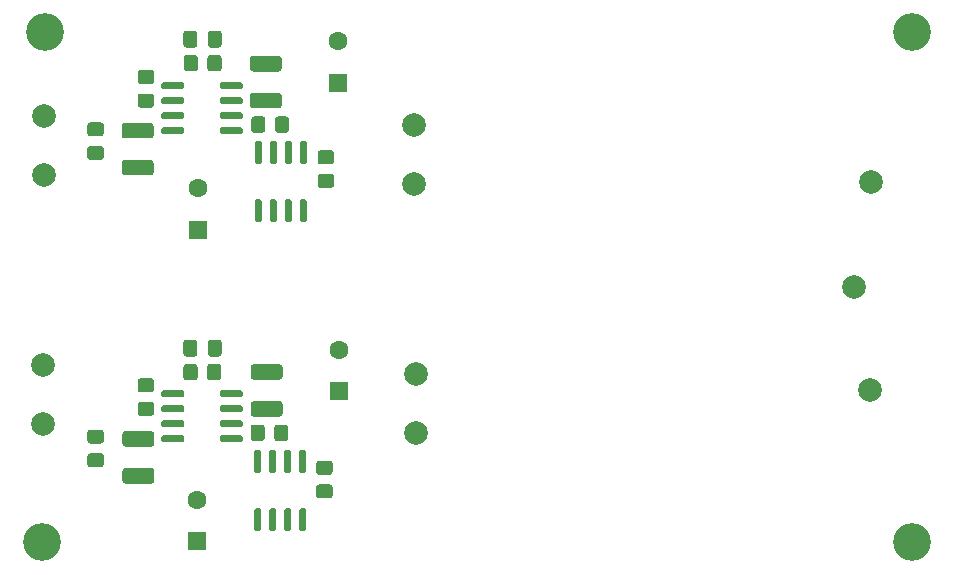
<source format=gbr>
G04 #@! TF.GenerationSoftware,KiCad,Pcbnew,(5.1.10-1-10_14)*
G04 #@! TF.CreationDate,2021-11-03T15:55:19+01:00*
G04 #@! TF.ProjectId,pre-amp-opa1611,7072652d-616d-4702-9d6f-706131363131,rev?*
G04 #@! TF.SameCoordinates,Original*
G04 #@! TF.FileFunction,Soldermask,Top*
G04 #@! TF.FilePolarity,Negative*
%FSLAX46Y46*%
G04 Gerber Fmt 4.6, Leading zero omitted, Abs format (unit mm)*
G04 Created by KiCad (PCBNEW (5.1.10-1-10_14)) date 2021-11-03 15:55:19*
%MOMM*%
%LPD*%
G01*
G04 APERTURE LIST*
%ADD10C,2.000000*%
%ADD11C,1.600000*%
%ADD12R,1.600000X1.600000*%
%ADD13C,3.200000*%
G04 APERTURE END LIST*
G36*
G01*
X141071500Y-104988500D02*
X141071500Y-104688500D01*
G75*
G02*
X141221500Y-104538500I150000J0D01*
G01*
X142871500Y-104538500D01*
G75*
G02*
X143021500Y-104688500I0J-150000D01*
G01*
X143021500Y-104988500D01*
G75*
G02*
X142871500Y-105138500I-150000J0D01*
G01*
X141221500Y-105138500D01*
G75*
G02*
X141071500Y-104988500I0J150000D01*
G01*
G37*
G36*
G01*
X141071500Y-106258500D02*
X141071500Y-105958500D01*
G75*
G02*
X141221500Y-105808500I150000J0D01*
G01*
X142871500Y-105808500D01*
G75*
G02*
X143021500Y-105958500I0J-150000D01*
G01*
X143021500Y-106258500D01*
G75*
G02*
X142871500Y-106408500I-150000J0D01*
G01*
X141221500Y-106408500D01*
G75*
G02*
X141071500Y-106258500I0J150000D01*
G01*
G37*
G36*
G01*
X141071500Y-107528500D02*
X141071500Y-107228500D01*
G75*
G02*
X141221500Y-107078500I150000J0D01*
G01*
X142871500Y-107078500D01*
G75*
G02*
X143021500Y-107228500I0J-150000D01*
G01*
X143021500Y-107528500D01*
G75*
G02*
X142871500Y-107678500I-150000J0D01*
G01*
X141221500Y-107678500D01*
G75*
G02*
X141071500Y-107528500I0J150000D01*
G01*
G37*
G36*
G01*
X141071500Y-108798500D02*
X141071500Y-108498500D01*
G75*
G02*
X141221500Y-108348500I150000J0D01*
G01*
X142871500Y-108348500D01*
G75*
G02*
X143021500Y-108498500I0J-150000D01*
G01*
X143021500Y-108798500D01*
G75*
G02*
X142871500Y-108948500I-150000J0D01*
G01*
X141221500Y-108948500D01*
G75*
G02*
X141071500Y-108798500I0J150000D01*
G01*
G37*
G36*
G01*
X136121500Y-108798500D02*
X136121500Y-108498500D01*
G75*
G02*
X136271500Y-108348500I150000J0D01*
G01*
X137921500Y-108348500D01*
G75*
G02*
X138071500Y-108498500I0J-150000D01*
G01*
X138071500Y-108798500D01*
G75*
G02*
X137921500Y-108948500I-150000J0D01*
G01*
X136271500Y-108948500D01*
G75*
G02*
X136121500Y-108798500I0J150000D01*
G01*
G37*
G36*
G01*
X136121500Y-107528500D02*
X136121500Y-107228500D01*
G75*
G02*
X136271500Y-107078500I150000J0D01*
G01*
X137921500Y-107078500D01*
G75*
G02*
X138071500Y-107228500I0J-150000D01*
G01*
X138071500Y-107528500D01*
G75*
G02*
X137921500Y-107678500I-150000J0D01*
G01*
X136271500Y-107678500D01*
G75*
G02*
X136121500Y-107528500I0J150000D01*
G01*
G37*
G36*
G01*
X136121500Y-106258500D02*
X136121500Y-105958500D01*
G75*
G02*
X136271500Y-105808500I150000J0D01*
G01*
X137921500Y-105808500D01*
G75*
G02*
X138071500Y-105958500I0J-150000D01*
G01*
X138071500Y-106258500D01*
G75*
G02*
X137921500Y-106408500I-150000J0D01*
G01*
X136271500Y-106408500D01*
G75*
G02*
X136121500Y-106258500I0J150000D01*
G01*
G37*
G36*
G01*
X136121500Y-104988500D02*
X136121500Y-104688500D01*
G75*
G02*
X136271500Y-104538500I150000J0D01*
G01*
X137921500Y-104538500D01*
G75*
G02*
X138071500Y-104688500I0J-150000D01*
G01*
X138071500Y-104988500D01*
G75*
G02*
X137921500Y-105138500I-150000J0D01*
G01*
X136271500Y-105138500D01*
G75*
G02*
X136121500Y-104988500I0J150000D01*
G01*
G37*
G36*
G01*
X133011998Y-111111000D02*
X135212002Y-111111000D01*
G75*
G02*
X135462000Y-111360998I0J-249998D01*
G01*
X135462000Y-112186002D01*
G75*
G02*
X135212002Y-112436000I-249998J0D01*
G01*
X133011998Y-112436000D01*
G75*
G02*
X132762000Y-112186002I0J249998D01*
G01*
X132762000Y-111360998D01*
G75*
G02*
X133011998Y-111111000I249998J0D01*
G01*
G37*
G36*
G01*
X133011998Y-107986000D02*
X135212002Y-107986000D01*
G75*
G02*
X135462000Y-108235998I0J-249998D01*
G01*
X135462000Y-109061002D01*
G75*
G02*
X135212002Y-109311000I-249998J0D01*
G01*
X133011998Y-109311000D01*
G75*
G02*
X132762000Y-109061002I0J249998D01*
G01*
X132762000Y-108235998D01*
G75*
G02*
X133011998Y-107986000I249998J0D01*
G01*
G37*
G36*
G01*
X147932000Y-140627000D02*
X148232000Y-140627000D01*
G75*
G02*
X148382000Y-140777000I0J-150000D01*
G01*
X148382000Y-142427000D01*
G75*
G02*
X148232000Y-142577000I-150000J0D01*
G01*
X147932000Y-142577000D01*
G75*
G02*
X147782000Y-142427000I0J150000D01*
G01*
X147782000Y-140777000D01*
G75*
G02*
X147932000Y-140627000I150000J0D01*
G01*
G37*
G36*
G01*
X146662000Y-140627000D02*
X146962000Y-140627000D01*
G75*
G02*
X147112000Y-140777000I0J-150000D01*
G01*
X147112000Y-142427000D01*
G75*
G02*
X146962000Y-142577000I-150000J0D01*
G01*
X146662000Y-142577000D01*
G75*
G02*
X146512000Y-142427000I0J150000D01*
G01*
X146512000Y-140777000D01*
G75*
G02*
X146662000Y-140627000I150000J0D01*
G01*
G37*
G36*
G01*
X145392000Y-140627000D02*
X145692000Y-140627000D01*
G75*
G02*
X145842000Y-140777000I0J-150000D01*
G01*
X145842000Y-142427000D01*
G75*
G02*
X145692000Y-142577000I-150000J0D01*
G01*
X145392000Y-142577000D01*
G75*
G02*
X145242000Y-142427000I0J150000D01*
G01*
X145242000Y-140777000D01*
G75*
G02*
X145392000Y-140627000I150000J0D01*
G01*
G37*
G36*
G01*
X144122000Y-140627000D02*
X144422000Y-140627000D01*
G75*
G02*
X144572000Y-140777000I0J-150000D01*
G01*
X144572000Y-142427000D01*
G75*
G02*
X144422000Y-142577000I-150000J0D01*
G01*
X144122000Y-142577000D01*
G75*
G02*
X143972000Y-142427000I0J150000D01*
G01*
X143972000Y-140777000D01*
G75*
G02*
X144122000Y-140627000I150000J0D01*
G01*
G37*
G36*
G01*
X144122000Y-135677000D02*
X144422000Y-135677000D01*
G75*
G02*
X144572000Y-135827000I0J-150000D01*
G01*
X144572000Y-137477000D01*
G75*
G02*
X144422000Y-137627000I-150000J0D01*
G01*
X144122000Y-137627000D01*
G75*
G02*
X143972000Y-137477000I0J150000D01*
G01*
X143972000Y-135827000D01*
G75*
G02*
X144122000Y-135677000I150000J0D01*
G01*
G37*
G36*
G01*
X145392000Y-135677000D02*
X145692000Y-135677000D01*
G75*
G02*
X145842000Y-135827000I0J-150000D01*
G01*
X145842000Y-137477000D01*
G75*
G02*
X145692000Y-137627000I-150000J0D01*
G01*
X145392000Y-137627000D01*
G75*
G02*
X145242000Y-137477000I0J150000D01*
G01*
X145242000Y-135827000D01*
G75*
G02*
X145392000Y-135677000I150000J0D01*
G01*
G37*
G36*
G01*
X146662000Y-135677000D02*
X146962000Y-135677000D01*
G75*
G02*
X147112000Y-135827000I0J-150000D01*
G01*
X147112000Y-137477000D01*
G75*
G02*
X146962000Y-137627000I-150000J0D01*
G01*
X146662000Y-137627000D01*
G75*
G02*
X146512000Y-137477000I0J150000D01*
G01*
X146512000Y-135827000D01*
G75*
G02*
X146662000Y-135677000I150000J0D01*
G01*
G37*
G36*
G01*
X147932000Y-135677000D02*
X148232000Y-135677000D01*
G75*
G02*
X148382000Y-135827000I0J-150000D01*
G01*
X148382000Y-137477000D01*
G75*
G02*
X148232000Y-137627000I-150000J0D01*
G01*
X147932000Y-137627000D01*
G75*
G02*
X147782000Y-137477000I0J150000D01*
G01*
X147782000Y-135827000D01*
G75*
G02*
X147932000Y-135677000I150000J0D01*
G01*
G37*
G36*
G01*
X141071500Y-131087000D02*
X141071500Y-130787000D01*
G75*
G02*
X141221500Y-130637000I150000J0D01*
G01*
X142871500Y-130637000D01*
G75*
G02*
X143021500Y-130787000I0J-150000D01*
G01*
X143021500Y-131087000D01*
G75*
G02*
X142871500Y-131237000I-150000J0D01*
G01*
X141221500Y-131237000D01*
G75*
G02*
X141071500Y-131087000I0J150000D01*
G01*
G37*
G36*
G01*
X141071500Y-132357000D02*
X141071500Y-132057000D01*
G75*
G02*
X141221500Y-131907000I150000J0D01*
G01*
X142871500Y-131907000D01*
G75*
G02*
X143021500Y-132057000I0J-150000D01*
G01*
X143021500Y-132357000D01*
G75*
G02*
X142871500Y-132507000I-150000J0D01*
G01*
X141221500Y-132507000D01*
G75*
G02*
X141071500Y-132357000I0J150000D01*
G01*
G37*
G36*
G01*
X141071500Y-133627000D02*
X141071500Y-133327000D01*
G75*
G02*
X141221500Y-133177000I150000J0D01*
G01*
X142871500Y-133177000D01*
G75*
G02*
X143021500Y-133327000I0J-150000D01*
G01*
X143021500Y-133627000D01*
G75*
G02*
X142871500Y-133777000I-150000J0D01*
G01*
X141221500Y-133777000D01*
G75*
G02*
X141071500Y-133627000I0J150000D01*
G01*
G37*
G36*
G01*
X141071500Y-134897000D02*
X141071500Y-134597000D01*
G75*
G02*
X141221500Y-134447000I150000J0D01*
G01*
X142871500Y-134447000D01*
G75*
G02*
X143021500Y-134597000I0J-150000D01*
G01*
X143021500Y-134897000D01*
G75*
G02*
X142871500Y-135047000I-150000J0D01*
G01*
X141221500Y-135047000D01*
G75*
G02*
X141071500Y-134897000I0J150000D01*
G01*
G37*
G36*
G01*
X136121500Y-134897000D02*
X136121500Y-134597000D01*
G75*
G02*
X136271500Y-134447000I150000J0D01*
G01*
X137921500Y-134447000D01*
G75*
G02*
X138071500Y-134597000I0J-150000D01*
G01*
X138071500Y-134897000D01*
G75*
G02*
X137921500Y-135047000I-150000J0D01*
G01*
X136271500Y-135047000D01*
G75*
G02*
X136121500Y-134897000I0J150000D01*
G01*
G37*
G36*
G01*
X136121500Y-133627000D02*
X136121500Y-133327000D01*
G75*
G02*
X136271500Y-133177000I150000J0D01*
G01*
X137921500Y-133177000D01*
G75*
G02*
X138071500Y-133327000I0J-150000D01*
G01*
X138071500Y-133627000D01*
G75*
G02*
X137921500Y-133777000I-150000J0D01*
G01*
X136271500Y-133777000D01*
G75*
G02*
X136121500Y-133627000I0J150000D01*
G01*
G37*
G36*
G01*
X136121500Y-132357000D02*
X136121500Y-132057000D01*
G75*
G02*
X136271500Y-131907000I150000J0D01*
G01*
X137921500Y-131907000D01*
G75*
G02*
X138071500Y-132057000I0J-150000D01*
G01*
X138071500Y-132357000D01*
G75*
G02*
X137921500Y-132507000I-150000J0D01*
G01*
X136271500Y-132507000D01*
G75*
G02*
X136121500Y-132357000I0J150000D01*
G01*
G37*
G36*
G01*
X136121500Y-131087000D02*
X136121500Y-130787000D01*
G75*
G02*
X136271500Y-130637000I150000J0D01*
G01*
X137921500Y-130637000D01*
G75*
G02*
X138071500Y-130787000I0J-150000D01*
G01*
X138071500Y-131087000D01*
G75*
G02*
X137921500Y-131237000I-150000J0D01*
G01*
X136271500Y-131237000D01*
G75*
G02*
X136121500Y-131087000I0J150000D01*
G01*
G37*
G36*
G01*
X144872000Y-133788999D02*
X144872000Y-134689001D01*
G75*
G02*
X144622001Y-134939000I-249999J0D01*
G01*
X143921999Y-134939000D01*
G75*
G02*
X143672000Y-134689001I0J249999D01*
G01*
X143672000Y-133788999D01*
G75*
G02*
X143921999Y-133539000I249999J0D01*
G01*
X144622001Y-133539000D01*
G75*
G02*
X144872000Y-133788999I0J-249999D01*
G01*
G37*
G36*
G01*
X146872000Y-133788999D02*
X146872000Y-134689001D01*
G75*
G02*
X146622001Y-134939000I-249999J0D01*
G01*
X145921999Y-134939000D01*
G75*
G02*
X145672000Y-134689001I0J249999D01*
G01*
X145672000Y-133788999D01*
G75*
G02*
X145921999Y-133539000I249999J0D01*
G01*
X146622001Y-133539000D01*
G75*
G02*
X146872000Y-133788999I0J-249999D01*
G01*
G37*
G36*
G01*
X149473499Y-138592000D02*
X150373501Y-138592000D01*
G75*
G02*
X150623500Y-138841999I0J-249999D01*
G01*
X150623500Y-139542001D01*
G75*
G02*
X150373501Y-139792000I-249999J0D01*
G01*
X149473499Y-139792000D01*
G75*
G02*
X149223500Y-139542001I0J249999D01*
G01*
X149223500Y-138841999D01*
G75*
G02*
X149473499Y-138592000I249999J0D01*
G01*
G37*
G36*
G01*
X149473499Y-136592000D02*
X150373501Y-136592000D01*
G75*
G02*
X150623500Y-136841999I0J-249999D01*
G01*
X150623500Y-137542001D01*
G75*
G02*
X150373501Y-137792000I-249999J0D01*
G01*
X149473499Y-137792000D01*
G75*
G02*
X149223500Y-137542001I0J249999D01*
G01*
X149223500Y-136841999D01*
G75*
G02*
X149473499Y-136592000I249999J0D01*
G01*
G37*
G36*
G01*
X139189000Y-128645499D02*
X139189000Y-129545501D01*
G75*
G02*
X138939001Y-129795500I-249999J0D01*
G01*
X138238999Y-129795500D01*
G75*
G02*
X137989000Y-129545501I0J249999D01*
G01*
X137989000Y-128645499D01*
G75*
G02*
X138238999Y-128395500I249999J0D01*
G01*
X138939001Y-128395500D01*
G75*
G02*
X139189000Y-128645499I0J-249999D01*
G01*
G37*
G36*
G01*
X141189000Y-128645499D02*
X141189000Y-129545501D01*
G75*
G02*
X140939001Y-129795500I-249999J0D01*
G01*
X140238999Y-129795500D01*
G75*
G02*
X139989000Y-129545501I0J249999D01*
G01*
X139989000Y-128645499D01*
G75*
G02*
X140238999Y-128395500I249999J0D01*
G01*
X140939001Y-128395500D01*
G75*
G02*
X141189000Y-128645499I0J-249999D01*
G01*
G37*
G36*
G01*
X134360499Y-131607000D02*
X135260501Y-131607000D01*
G75*
G02*
X135510500Y-131856999I0J-249999D01*
G01*
X135510500Y-132557001D01*
G75*
G02*
X135260501Y-132807000I-249999J0D01*
G01*
X134360499Y-132807000D01*
G75*
G02*
X134110500Y-132557001I0J249999D01*
G01*
X134110500Y-131856999D01*
G75*
G02*
X134360499Y-131607000I249999J0D01*
G01*
G37*
G36*
G01*
X134360499Y-129607000D02*
X135260501Y-129607000D01*
G75*
G02*
X135510500Y-129856999I0J-249999D01*
G01*
X135510500Y-130557001D01*
G75*
G02*
X135260501Y-130807000I-249999J0D01*
G01*
X134360499Y-130807000D01*
G75*
G02*
X134110500Y-130557001I0J249999D01*
G01*
X134110500Y-129856999D01*
G75*
G02*
X134360499Y-129607000I249999J0D01*
G01*
G37*
G36*
G01*
X130105999Y-135956500D02*
X131006001Y-135956500D01*
G75*
G02*
X131256000Y-136206499I0J-249999D01*
G01*
X131256000Y-136906501D01*
G75*
G02*
X131006001Y-137156500I-249999J0D01*
G01*
X130105999Y-137156500D01*
G75*
G02*
X129856000Y-136906501I0J249999D01*
G01*
X129856000Y-136206499D01*
G75*
G02*
X130105999Y-135956500I249999J0D01*
G01*
G37*
G36*
G01*
X130105999Y-133956500D02*
X131006001Y-133956500D01*
G75*
G02*
X131256000Y-134206499I0J-249999D01*
G01*
X131256000Y-134906501D01*
G75*
G02*
X131006001Y-135156500I-249999J0D01*
G01*
X130105999Y-135156500D01*
G75*
G02*
X129856000Y-134906501I0J249999D01*
G01*
X129856000Y-134206499D01*
G75*
G02*
X130105999Y-133956500I249999J0D01*
G01*
G37*
D10*
X157670500Y-129222500D03*
X157670500Y-134239000D03*
X126111000Y-128460500D03*
X126111000Y-133477000D03*
G36*
G01*
X133075499Y-137209500D02*
X135275501Y-137209500D01*
G75*
G02*
X135525500Y-137459499I0J-249999D01*
G01*
X135525500Y-138284501D01*
G75*
G02*
X135275501Y-138534500I-249999J0D01*
G01*
X133075499Y-138534500D01*
G75*
G02*
X132825500Y-138284501I0J249999D01*
G01*
X132825500Y-137459499D01*
G75*
G02*
X133075499Y-137209500I249999J0D01*
G01*
G37*
G36*
G01*
X133075499Y-134084500D02*
X135275501Y-134084500D01*
G75*
G02*
X135525500Y-134334499I0J-249999D01*
G01*
X135525500Y-135159501D01*
G75*
G02*
X135275501Y-135409500I-249999J0D01*
G01*
X133075499Y-135409500D01*
G75*
G02*
X132825500Y-135159501I0J249999D01*
G01*
X132825500Y-134334499D01*
G75*
G02*
X133075499Y-134084500I249999J0D01*
G01*
G37*
G36*
G01*
X143933999Y-131544500D02*
X146134001Y-131544500D01*
G75*
G02*
X146384000Y-131794499I0J-249999D01*
G01*
X146384000Y-132619501D01*
G75*
G02*
X146134001Y-132869500I-249999J0D01*
G01*
X143933999Y-132869500D01*
G75*
G02*
X143684000Y-132619501I0J249999D01*
G01*
X143684000Y-131794499D01*
G75*
G02*
X143933999Y-131544500I249999J0D01*
G01*
G37*
G36*
G01*
X143933999Y-128419500D02*
X146134001Y-128419500D01*
G75*
G02*
X146384000Y-128669499I0J-249999D01*
G01*
X146384000Y-129494501D01*
G75*
G02*
X146134001Y-129744500I-249999J0D01*
G01*
X143933999Y-129744500D01*
G75*
G02*
X143684000Y-129494501I0J249999D01*
G01*
X143684000Y-128669499D01*
G75*
G02*
X143933999Y-128419500I249999J0D01*
G01*
G37*
G36*
G01*
X140065000Y-127538500D02*
X140065000Y-126588500D01*
G75*
G02*
X140315000Y-126338500I250000J0D01*
G01*
X140990000Y-126338500D01*
G75*
G02*
X141240000Y-126588500I0J-250000D01*
G01*
X141240000Y-127538500D01*
G75*
G02*
X140990000Y-127788500I-250000J0D01*
G01*
X140315000Y-127788500D01*
G75*
G02*
X140065000Y-127538500I0J250000D01*
G01*
G37*
G36*
G01*
X137990000Y-127538500D02*
X137990000Y-126588500D01*
G75*
G02*
X138240000Y-126338500I250000J0D01*
G01*
X138915000Y-126338500D01*
G75*
G02*
X139165000Y-126588500I0J-250000D01*
G01*
X139165000Y-127538500D01*
G75*
G02*
X138915000Y-127788500I-250000J0D01*
G01*
X138240000Y-127788500D01*
G75*
G02*
X137990000Y-127538500I0J250000D01*
G01*
G37*
D11*
X139128500Y-139890500D03*
D12*
X139128500Y-143390500D03*
D11*
X151130000Y-127183000D03*
D12*
X151130000Y-130683000D03*
G36*
G01*
X149600499Y-112303000D02*
X150500501Y-112303000D01*
G75*
G02*
X150750500Y-112552999I0J-249999D01*
G01*
X150750500Y-113253001D01*
G75*
G02*
X150500501Y-113503000I-249999J0D01*
G01*
X149600499Y-113503000D01*
G75*
G02*
X149350500Y-113253001I0J249999D01*
G01*
X149350500Y-112552999D01*
G75*
G02*
X149600499Y-112303000I249999J0D01*
G01*
G37*
G36*
G01*
X149600499Y-110303000D02*
X150500501Y-110303000D01*
G75*
G02*
X150750500Y-110552999I0J-249999D01*
G01*
X150750500Y-111253001D01*
G75*
G02*
X150500501Y-111503000I-249999J0D01*
G01*
X149600499Y-111503000D01*
G75*
G02*
X149350500Y-111253001I0J249999D01*
G01*
X149350500Y-110552999D01*
G75*
G02*
X149600499Y-110303000I249999J0D01*
G01*
G37*
G36*
G01*
X147995500Y-114465000D02*
X148295500Y-114465000D01*
G75*
G02*
X148445500Y-114615000I0J-150000D01*
G01*
X148445500Y-116265000D01*
G75*
G02*
X148295500Y-116415000I-150000J0D01*
G01*
X147995500Y-116415000D01*
G75*
G02*
X147845500Y-116265000I0J150000D01*
G01*
X147845500Y-114615000D01*
G75*
G02*
X147995500Y-114465000I150000J0D01*
G01*
G37*
G36*
G01*
X146725500Y-114465000D02*
X147025500Y-114465000D01*
G75*
G02*
X147175500Y-114615000I0J-150000D01*
G01*
X147175500Y-116265000D01*
G75*
G02*
X147025500Y-116415000I-150000J0D01*
G01*
X146725500Y-116415000D01*
G75*
G02*
X146575500Y-116265000I0J150000D01*
G01*
X146575500Y-114615000D01*
G75*
G02*
X146725500Y-114465000I150000J0D01*
G01*
G37*
G36*
G01*
X145455500Y-114465000D02*
X145755500Y-114465000D01*
G75*
G02*
X145905500Y-114615000I0J-150000D01*
G01*
X145905500Y-116265000D01*
G75*
G02*
X145755500Y-116415000I-150000J0D01*
G01*
X145455500Y-116415000D01*
G75*
G02*
X145305500Y-116265000I0J150000D01*
G01*
X145305500Y-114615000D01*
G75*
G02*
X145455500Y-114465000I150000J0D01*
G01*
G37*
G36*
G01*
X144185500Y-114465000D02*
X144485500Y-114465000D01*
G75*
G02*
X144635500Y-114615000I0J-150000D01*
G01*
X144635500Y-116265000D01*
G75*
G02*
X144485500Y-116415000I-150000J0D01*
G01*
X144185500Y-116415000D01*
G75*
G02*
X144035500Y-116265000I0J150000D01*
G01*
X144035500Y-114615000D01*
G75*
G02*
X144185500Y-114465000I150000J0D01*
G01*
G37*
G36*
G01*
X144185500Y-109515000D02*
X144485500Y-109515000D01*
G75*
G02*
X144635500Y-109665000I0J-150000D01*
G01*
X144635500Y-111315000D01*
G75*
G02*
X144485500Y-111465000I-150000J0D01*
G01*
X144185500Y-111465000D01*
G75*
G02*
X144035500Y-111315000I0J150000D01*
G01*
X144035500Y-109665000D01*
G75*
G02*
X144185500Y-109515000I150000J0D01*
G01*
G37*
G36*
G01*
X145455500Y-109515000D02*
X145755500Y-109515000D01*
G75*
G02*
X145905500Y-109665000I0J-150000D01*
G01*
X145905500Y-111315000D01*
G75*
G02*
X145755500Y-111465000I-150000J0D01*
G01*
X145455500Y-111465000D01*
G75*
G02*
X145305500Y-111315000I0J150000D01*
G01*
X145305500Y-109665000D01*
G75*
G02*
X145455500Y-109515000I150000J0D01*
G01*
G37*
G36*
G01*
X146725500Y-109515000D02*
X147025500Y-109515000D01*
G75*
G02*
X147175500Y-109665000I0J-150000D01*
G01*
X147175500Y-111315000D01*
G75*
G02*
X147025500Y-111465000I-150000J0D01*
G01*
X146725500Y-111465000D01*
G75*
G02*
X146575500Y-111315000I0J150000D01*
G01*
X146575500Y-109665000D01*
G75*
G02*
X146725500Y-109515000I150000J0D01*
G01*
G37*
G36*
G01*
X147995500Y-109515000D02*
X148295500Y-109515000D01*
G75*
G02*
X148445500Y-109665000I0J-150000D01*
G01*
X148445500Y-111315000D01*
G75*
G02*
X148295500Y-111465000I-150000J0D01*
G01*
X147995500Y-111465000D01*
G75*
G02*
X147845500Y-111315000I0J150000D01*
G01*
X147845500Y-109665000D01*
G75*
G02*
X147995500Y-109515000I150000J0D01*
G01*
G37*
G36*
G01*
X139220500Y-102483499D02*
X139220500Y-103383501D01*
G75*
G02*
X138970501Y-103633500I-249999J0D01*
G01*
X138270499Y-103633500D01*
G75*
G02*
X138020500Y-103383501I0J249999D01*
G01*
X138020500Y-102483499D01*
G75*
G02*
X138270499Y-102233500I249999J0D01*
G01*
X138970501Y-102233500D01*
G75*
G02*
X139220500Y-102483499I0J-249999D01*
G01*
G37*
G36*
G01*
X141220500Y-102483499D02*
X141220500Y-103383501D01*
G75*
G02*
X140970501Y-103633500I-249999J0D01*
G01*
X140270499Y-103633500D01*
G75*
G02*
X140020500Y-103383501I0J249999D01*
G01*
X140020500Y-102483499D01*
G75*
G02*
X140270499Y-102233500I249999J0D01*
G01*
X140970501Y-102233500D01*
G75*
G02*
X141220500Y-102483499I0J-249999D01*
G01*
G37*
G36*
G01*
X134360499Y-105508500D02*
X135260501Y-105508500D01*
G75*
G02*
X135510500Y-105758499I0J-249999D01*
G01*
X135510500Y-106458501D01*
G75*
G02*
X135260501Y-106708500I-249999J0D01*
G01*
X134360499Y-106708500D01*
G75*
G02*
X134110500Y-106458501I0J249999D01*
G01*
X134110500Y-105758499D01*
G75*
G02*
X134360499Y-105508500I249999J0D01*
G01*
G37*
G36*
G01*
X134360499Y-103508500D02*
X135260501Y-103508500D01*
G75*
G02*
X135510500Y-103758499I0J-249999D01*
G01*
X135510500Y-104458501D01*
G75*
G02*
X135260501Y-104708500I-249999J0D01*
G01*
X134360499Y-104708500D01*
G75*
G02*
X134110500Y-104458501I0J249999D01*
G01*
X134110500Y-103758499D01*
G75*
G02*
X134360499Y-103508500I249999J0D01*
G01*
G37*
G36*
G01*
X140065000Y-101376500D02*
X140065000Y-100426500D01*
G75*
G02*
X140315000Y-100176500I250000J0D01*
G01*
X140990000Y-100176500D01*
G75*
G02*
X141240000Y-100426500I0J-250000D01*
G01*
X141240000Y-101376500D01*
G75*
G02*
X140990000Y-101626500I-250000J0D01*
G01*
X140315000Y-101626500D01*
G75*
G02*
X140065000Y-101376500I0J250000D01*
G01*
G37*
G36*
G01*
X137990000Y-101376500D02*
X137990000Y-100426500D01*
G75*
G02*
X138240000Y-100176500I250000J0D01*
G01*
X138915000Y-100176500D01*
G75*
G02*
X139165000Y-100426500I0J-250000D01*
G01*
X139165000Y-101376500D01*
G75*
G02*
X138915000Y-101626500I-250000J0D01*
G01*
X138240000Y-101626500D01*
G75*
G02*
X137990000Y-101376500I0J250000D01*
G01*
G37*
D11*
X139192000Y-113538000D03*
D12*
X139192000Y-117038000D03*
D11*
X151066500Y-101084500D03*
D12*
X151066500Y-104584500D03*
G36*
G01*
X143870498Y-105446000D02*
X146070502Y-105446000D01*
G75*
G02*
X146320500Y-105695998I0J-249998D01*
G01*
X146320500Y-106521002D01*
G75*
G02*
X146070502Y-106771000I-249998J0D01*
G01*
X143870498Y-106771000D01*
G75*
G02*
X143620500Y-106521002I0J249998D01*
G01*
X143620500Y-105695998D01*
G75*
G02*
X143870498Y-105446000I249998J0D01*
G01*
G37*
G36*
G01*
X143870498Y-102321000D02*
X146070502Y-102321000D01*
G75*
G02*
X146320500Y-102570998I0J-249998D01*
G01*
X146320500Y-103396002D01*
G75*
G02*
X146070502Y-103646000I-249998J0D01*
G01*
X143870498Y-103646000D01*
G75*
G02*
X143620500Y-103396002I0J249998D01*
G01*
X143620500Y-102570998D01*
G75*
G02*
X143870498Y-102321000I249998J0D01*
G01*
G37*
D10*
X194754500Y-121920000D03*
X196215000Y-113030000D03*
X196088000Y-130619500D03*
X157543500Y-113157000D03*
X157543500Y-108140500D03*
X126174500Y-112395000D03*
X126174500Y-107378500D03*
G36*
G01*
X130105999Y-109937500D02*
X131006001Y-109937500D01*
G75*
G02*
X131256000Y-110187499I0J-249999D01*
G01*
X131256000Y-110887501D01*
G75*
G02*
X131006001Y-111137500I-249999J0D01*
G01*
X130105999Y-111137500D01*
G75*
G02*
X129856000Y-110887501I0J249999D01*
G01*
X129856000Y-110187499D01*
G75*
G02*
X130105999Y-109937500I249999J0D01*
G01*
G37*
G36*
G01*
X130105999Y-107937500D02*
X131006001Y-107937500D01*
G75*
G02*
X131256000Y-108187499I0J-249999D01*
G01*
X131256000Y-108887501D01*
G75*
G02*
X131006001Y-109137500I-249999J0D01*
G01*
X130105999Y-109137500D01*
G75*
G02*
X129856000Y-108887501I0J249999D01*
G01*
X129856000Y-108187499D01*
G75*
G02*
X130105999Y-107937500I249999J0D01*
G01*
G37*
G36*
G01*
X144935500Y-107690499D02*
X144935500Y-108590501D01*
G75*
G02*
X144685501Y-108840500I-249999J0D01*
G01*
X143985499Y-108840500D01*
G75*
G02*
X143735500Y-108590501I0J249999D01*
G01*
X143735500Y-107690499D01*
G75*
G02*
X143985499Y-107440500I249999J0D01*
G01*
X144685501Y-107440500D01*
G75*
G02*
X144935500Y-107690499I0J-249999D01*
G01*
G37*
G36*
G01*
X146935500Y-107690499D02*
X146935500Y-108590501D01*
G75*
G02*
X146685501Y-108840500I-249999J0D01*
G01*
X145985499Y-108840500D01*
G75*
G02*
X145735500Y-108590501I0J249999D01*
G01*
X145735500Y-107690499D01*
G75*
G02*
X145985499Y-107440500I249999J0D01*
G01*
X146685501Y-107440500D01*
G75*
G02*
X146935500Y-107690499I0J-249999D01*
G01*
G37*
D13*
X126238000Y-100330000D03*
X125984000Y-143510000D03*
X199644000Y-143510000D03*
X199644000Y-100330000D03*
M02*

</source>
